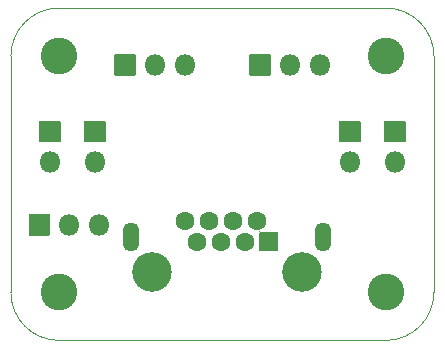
<source format=gbr>
G04 #@! TF.GenerationSoftware,KiCad,Pcbnew,(5.1.9)-1*
G04 #@! TF.CreationDate,2021-06-18T22:47:36-05:00*
G04 #@! TF.ProjectId,JoystickBoard,4a6f7973-7469-4636-9b42-6f6172642e6b,rev?*
G04 #@! TF.SameCoordinates,Original*
G04 #@! TF.FileFunction,Soldermask,Bot*
G04 #@! TF.FilePolarity,Negative*
%FSLAX46Y46*%
G04 Gerber Fmt 4.6, Leading zero omitted, Abs format (unit mm)*
G04 Created by KiCad (PCBNEW (5.1.9)-1) date 2021-06-18 22:47:36*
%MOMM*%
%LPD*%
G01*
G04 APERTURE LIST*
G04 #@! TA.AperFunction,Profile*
%ADD10C,0.050000*%
G04 #@! TD*
%ADD11C,3.102000*%
%ADD12O,1.802000X1.802000*%
%ADD13O,1.361000X2.464000*%
%ADD14C,1.602000*%
%ADD15C,3.352000*%
%ADD16C,0.100000*%
G04 APERTURE END LIST*
D10*
X132588000Y-110680500D02*
X132588000Y-90678000D01*
X136652000Y-114744500D02*
G75*
G02*
X132588000Y-110680500I0J4064000D01*
G01*
X164338000Y-114744500D02*
X136652000Y-114744500D01*
X168402000Y-90678000D02*
X168402000Y-110680500D01*
X168402000Y-110680500D02*
G75*
G02*
X164338000Y-114744500I-4064000J0D01*
G01*
X164338000Y-86614000D02*
X136652000Y-86614000D01*
X132588000Y-90678000D02*
G75*
G02*
X136652000Y-86614000I4064000J0D01*
G01*
X164338000Y-86614000D02*
G75*
G02*
X168402000Y-90678000I0J-4064000D01*
G01*
X132588000Y-110680500D02*
X132588000Y-90678000D01*
X136652000Y-114744500D02*
G75*
G02*
X132588000Y-110680500I0J4064000D01*
G01*
X164338000Y-114744500D02*
X136652000Y-114744500D01*
X168402000Y-90678000D02*
X168402000Y-110680500D01*
X168402000Y-110680500D02*
G75*
G02*
X164338000Y-114744500I-4064000J0D01*
G01*
X164338000Y-86614000D02*
X136652000Y-86614000D01*
X132588000Y-90678000D02*
G75*
G02*
X136652000Y-86614000I4064000J0D01*
G01*
X164338000Y-86614000D02*
G75*
G02*
X168402000Y-90678000I0J-4064000D01*
G01*
D11*
X136638000Y-110678000D03*
X136638000Y-90678000D03*
X164338000Y-110678000D03*
X164338000Y-90678000D03*
D12*
X158750000Y-91440000D03*
X156210000Y-91440000D03*
G36*
G01*
X154520000Y-92341000D02*
X152820000Y-92341000D01*
G75*
G02*
X152769000Y-92290000I0J51000D01*
G01*
X152769000Y-90590000D01*
G75*
G02*
X152820000Y-90539000I51000J0D01*
G01*
X154520000Y-90539000D01*
G75*
G02*
X154571000Y-90590000I0J-51000D01*
G01*
X154571000Y-92290000D01*
G75*
G02*
X154520000Y-92341000I-51000J0D01*
G01*
G37*
G36*
G01*
X143090000Y-92341000D02*
X141390000Y-92341000D01*
G75*
G02*
X141339000Y-92290000I0J51000D01*
G01*
X141339000Y-90590000D01*
G75*
G02*
X141390000Y-90539000I51000J0D01*
G01*
X143090000Y-90539000D01*
G75*
G02*
X143141000Y-90590000I0J-51000D01*
G01*
X143141000Y-92290000D01*
G75*
G02*
X143090000Y-92341000I-51000J0D01*
G01*
G37*
X144780000Y-91440000D03*
X147320000Y-91440000D03*
G36*
G01*
X138799000Y-97925001D02*
X138799000Y-96225001D01*
G75*
G02*
X138850000Y-96174001I51000J0D01*
G01*
X140550000Y-96174001D01*
G75*
G02*
X140601000Y-96225001I0J-51000D01*
G01*
X140601000Y-97925001D01*
G75*
G02*
X140550000Y-97976001I-51000J0D01*
G01*
X138850000Y-97976001D01*
G75*
G02*
X138799000Y-97925001I0J51000D01*
G01*
G37*
X139700000Y-99615001D03*
X161290000Y-99615001D03*
G36*
G01*
X160389000Y-97925001D02*
X160389000Y-96225001D01*
G75*
G02*
X160440000Y-96174001I51000J0D01*
G01*
X162140000Y-96174001D01*
G75*
G02*
X162191000Y-96225001I0J-51000D01*
G01*
X162191000Y-97925001D01*
G75*
G02*
X162140000Y-97976001I-51000J0D01*
G01*
X160440000Y-97976001D01*
G75*
G02*
X160389000Y-97925001I0J51000D01*
G01*
G37*
X135890000Y-99615001D03*
G36*
G01*
X134989000Y-97925001D02*
X134989000Y-96225001D01*
G75*
G02*
X135040000Y-96174001I51000J0D01*
G01*
X136740000Y-96174001D01*
G75*
G02*
X136791000Y-96225001I0J-51000D01*
G01*
X136791000Y-97925001D01*
G75*
G02*
X136740000Y-97976001I-51000J0D01*
G01*
X135040000Y-97976001D01*
G75*
G02*
X134989000Y-97925001I0J51000D01*
G01*
G37*
G36*
G01*
X164199000Y-97925001D02*
X164199000Y-96225001D01*
G75*
G02*
X164250000Y-96174001I51000J0D01*
G01*
X165950000Y-96174001D01*
G75*
G02*
X166001000Y-96225001I0J-51000D01*
G01*
X166001000Y-97925001D01*
G75*
G02*
X165950000Y-97976001I-51000J0D01*
G01*
X164250000Y-97976001D01*
G75*
G02*
X164199000Y-97925001I0J51000D01*
G01*
G37*
X165100000Y-99615001D03*
G36*
G01*
X135851000Y-105866500D02*
X134151000Y-105866500D01*
G75*
G02*
X134100000Y-105815500I0J51000D01*
G01*
X134100000Y-104115500D01*
G75*
G02*
X134151000Y-104064500I51000J0D01*
G01*
X135851000Y-104064500D01*
G75*
G02*
X135902000Y-104115500I0J-51000D01*
G01*
X135902000Y-105815500D01*
G75*
G02*
X135851000Y-105866500I-51000J0D01*
G01*
G37*
X137541000Y-104965500D03*
X140081000Y-104965500D03*
D13*
X159009080Y-106020870D03*
X142749080Y-106020870D03*
G36*
G01*
X153627380Y-107132820D02*
X153627380Y-105632820D01*
G75*
G02*
X153678380Y-105581820I51000J0D01*
G01*
X155178380Y-105581820D01*
G75*
G02*
X155229380Y-105632820I0J-51000D01*
G01*
X155229380Y-107132820D01*
G75*
G02*
X155178380Y-107183820I-51000J0D01*
G01*
X153678380Y-107183820D01*
G75*
G02*
X153627380Y-107132820I0J51000D01*
G01*
G37*
D14*
X153408380Y-104602820D03*
X152398380Y-106382820D03*
X151378380Y-104602820D03*
X150368380Y-106382820D03*
X149348380Y-104602820D03*
X148338380Y-106382820D03*
X147318380Y-104602820D03*
D15*
X157229080Y-108922820D03*
X144529080Y-108922820D03*
D16*
G36*
X153702705Y-105342645D02*
G01*
X153703470Y-105344493D01*
X153702430Y-105345996D01*
X153686409Y-105354559D01*
X153667772Y-105369854D01*
X153652477Y-105388491D01*
X153641112Y-105409755D01*
X153634112Y-105432830D01*
X153631749Y-105456821D01*
X153634112Y-105480812D01*
X153641112Y-105503887D01*
X153652477Y-105525151D01*
X153667772Y-105543788D01*
X153686409Y-105559083D01*
X153707673Y-105570448D01*
X153730748Y-105577448D01*
X153754935Y-105579830D01*
X153756561Y-105580995D01*
X153756365Y-105582985D01*
X153754739Y-105583820D01*
X153627380Y-105583820D01*
X153625648Y-105582820D01*
X153625380Y-105581820D01*
X153625380Y-105523810D01*
X153623008Y-105499725D01*
X153616008Y-105476650D01*
X153604643Y-105455386D01*
X153589348Y-105436749D01*
X153570711Y-105421454D01*
X153549447Y-105410089D01*
X153526372Y-105403089D01*
X153502381Y-105400726D01*
X153496041Y-105401351D01*
X153495845Y-105401361D01*
X153489918Y-105401361D01*
X153488186Y-105400361D01*
X153488186Y-105398361D01*
X153489528Y-105397399D01*
X153640316Y-105367405D01*
X153700722Y-105342384D01*
X153702705Y-105342645D01*
G37*
M02*

</source>
